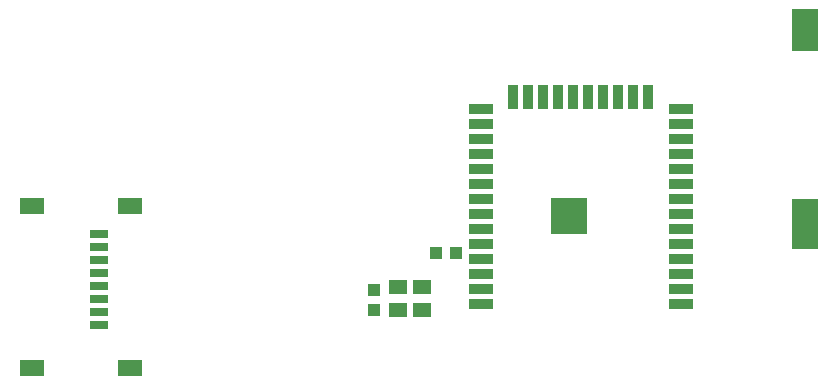
<source format=gbr>
G04 EAGLE Gerber RS-274X export*
G75*
%MOMM*%
%FSLAX34Y34*%
%LPD*%
%INSolderpaste Bottom*%
%IPPOS*%
%AMOC8*
5,1,8,0,0,1.08239X$1,22.5*%
G01*
%ADD10R,3.164769X3.166009*%
%ADD11R,2.000000X0.900000*%
%ADD12R,0.900000X2.000000*%
%ADD13R,1.100000X1.000000*%
%ADD14R,1.500000X1.300000*%
%ADD15R,1.000000X1.100000*%
%ADD16R,2.300000X4.300000*%
%ADD17R,2.300000X3.660000*%
%ADD18R,2.000000X1.450000*%
%ADD19R,1.500000X0.800000*%


D10*
X576247Y348944D03*
D11*
X501260Y273925D03*
X501260Y286625D03*
X501260Y299325D03*
X501260Y312025D03*
X501260Y324725D03*
X501260Y337425D03*
X501260Y350125D03*
X501260Y362825D03*
X501260Y375525D03*
X501260Y388225D03*
X501260Y400925D03*
X501260Y413625D03*
X501260Y426325D03*
X501260Y439025D03*
D12*
X529110Y449025D03*
X541810Y449025D03*
X554510Y449025D03*
X567210Y449025D03*
X579910Y449025D03*
X592610Y449025D03*
X605310Y449025D03*
X618010Y449025D03*
X630710Y449025D03*
X643410Y449025D03*
D11*
X671260Y439025D03*
X671260Y426325D03*
X671260Y413625D03*
X671260Y400925D03*
X671260Y388225D03*
X671260Y375525D03*
X671260Y362825D03*
X671260Y350125D03*
X671260Y337425D03*
X671260Y324725D03*
X671260Y312025D03*
X671260Y299325D03*
X671260Y286625D03*
X671260Y273925D03*
D13*
X463195Y317250D03*
X480195Y317250D03*
D14*
X451867Y288277D03*
X451867Y269277D03*
X431002Y288277D03*
X431002Y269277D03*
D15*
X410785Y286365D03*
X410785Y269365D03*
D16*
X776071Y341577D03*
D17*
X776071Y505990D03*
D18*
X204286Y357263D03*
X204286Y219763D03*
X121286Y357263D03*
X121286Y219763D03*
D19*
X178286Y256463D03*
X178286Y267463D03*
X178286Y278463D03*
X178286Y289463D03*
X178286Y300463D03*
X178286Y311463D03*
X178286Y322463D03*
X178286Y333463D03*
M02*

</source>
